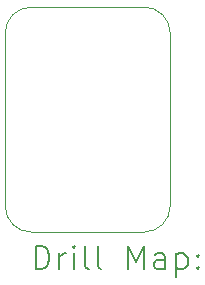
<source format=gbr>
%TF.GenerationSoftware,KiCad,Pcbnew,9.0.0*%
%TF.CreationDate,2025-03-07T15:21:47-06:00*%
%TF.ProjectId,robo-roach-v1.0,726f626f-2d72-46f6-9163-682d76312e30,rev?*%
%TF.SameCoordinates,Original*%
%TF.FileFunction,Drillmap*%
%TF.FilePolarity,Positive*%
%FSLAX45Y45*%
G04 Gerber Fmt 4.5, Leading zero omitted, Abs format (unit mm)*
G04 Created by KiCad (PCBNEW 9.0.0) date 2025-03-07 15:21:47*
%MOMM*%
%LPD*%
G01*
G04 APERTURE LIST*
%ADD10C,0.050000*%
%ADD11C,0.200000*%
G04 APERTURE END LIST*
D10*
X18571500Y-8572500D02*
X19528500Y-8572500D01*
X18351500Y-10257500D02*
X18351500Y-8792500D01*
X19748500Y-8792500D02*
X19748500Y-10257500D01*
X19528500Y-8572500D02*
G75*
G02*
X19748500Y-8792500I0J-220000D01*
G01*
X18571500Y-10477500D02*
G75*
G02*
X18351500Y-10257500I0J220000D01*
G01*
X18351500Y-8792500D02*
G75*
G02*
X18571500Y-8572500I220000J0D01*
G01*
X19748500Y-10257500D02*
G75*
G02*
X19528500Y-10477500I-220000J0D01*
G01*
X19528500Y-10477500D02*
X18571500Y-10477500D01*
D11*
X18609777Y-10791484D02*
X18609777Y-10591484D01*
X18609777Y-10591484D02*
X18657396Y-10591484D01*
X18657396Y-10591484D02*
X18685967Y-10601008D01*
X18685967Y-10601008D02*
X18705015Y-10620055D01*
X18705015Y-10620055D02*
X18714539Y-10639103D01*
X18714539Y-10639103D02*
X18724063Y-10677198D01*
X18724063Y-10677198D02*
X18724063Y-10705770D01*
X18724063Y-10705770D02*
X18714539Y-10743865D01*
X18714539Y-10743865D02*
X18705015Y-10762912D01*
X18705015Y-10762912D02*
X18685967Y-10781960D01*
X18685967Y-10781960D02*
X18657396Y-10791484D01*
X18657396Y-10791484D02*
X18609777Y-10791484D01*
X18809777Y-10791484D02*
X18809777Y-10658150D01*
X18809777Y-10696246D02*
X18819301Y-10677198D01*
X18819301Y-10677198D02*
X18828824Y-10667674D01*
X18828824Y-10667674D02*
X18847872Y-10658150D01*
X18847872Y-10658150D02*
X18866920Y-10658150D01*
X18933586Y-10791484D02*
X18933586Y-10658150D01*
X18933586Y-10591484D02*
X18924063Y-10601008D01*
X18924063Y-10601008D02*
X18933586Y-10610531D01*
X18933586Y-10610531D02*
X18943110Y-10601008D01*
X18943110Y-10601008D02*
X18933586Y-10591484D01*
X18933586Y-10591484D02*
X18933586Y-10610531D01*
X19057396Y-10791484D02*
X19038348Y-10781960D01*
X19038348Y-10781960D02*
X19028824Y-10762912D01*
X19028824Y-10762912D02*
X19028824Y-10591484D01*
X19162158Y-10791484D02*
X19143110Y-10781960D01*
X19143110Y-10781960D02*
X19133586Y-10762912D01*
X19133586Y-10762912D02*
X19133586Y-10591484D01*
X19390729Y-10791484D02*
X19390729Y-10591484D01*
X19390729Y-10591484D02*
X19457396Y-10734341D01*
X19457396Y-10734341D02*
X19524063Y-10591484D01*
X19524063Y-10591484D02*
X19524063Y-10791484D01*
X19705015Y-10791484D02*
X19705015Y-10686722D01*
X19705015Y-10686722D02*
X19695491Y-10667674D01*
X19695491Y-10667674D02*
X19676444Y-10658150D01*
X19676444Y-10658150D02*
X19638348Y-10658150D01*
X19638348Y-10658150D02*
X19619301Y-10667674D01*
X19705015Y-10781960D02*
X19685967Y-10791484D01*
X19685967Y-10791484D02*
X19638348Y-10791484D01*
X19638348Y-10791484D02*
X19619301Y-10781960D01*
X19619301Y-10781960D02*
X19609777Y-10762912D01*
X19609777Y-10762912D02*
X19609777Y-10743865D01*
X19609777Y-10743865D02*
X19619301Y-10724817D01*
X19619301Y-10724817D02*
X19638348Y-10715293D01*
X19638348Y-10715293D02*
X19685967Y-10715293D01*
X19685967Y-10715293D02*
X19705015Y-10705770D01*
X19800253Y-10658150D02*
X19800253Y-10858150D01*
X19800253Y-10667674D02*
X19819301Y-10658150D01*
X19819301Y-10658150D02*
X19857396Y-10658150D01*
X19857396Y-10658150D02*
X19876444Y-10667674D01*
X19876444Y-10667674D02*
X19885967Y-10677198D01*
X19885967Y-10677198D02*
X19895491Y-10696246D01*
X19895491Y-10696246D02*
X19895491Y-10753389D01*
X19895491Y-10753389D02*
X19885967Y-10772436D01*
X19885967Y-10772436D02*
X19876444Y-10781960D01*
X19876444Y-10781960D02*
X19857396Y-10791484D01*
X19857396Y-10791484D02*
X19819301Y-10791484D01*
X19819301Y-10791484D02*
X19800253Y-10781960D01*
X19981205Y-10772436D02*
X19990729Y-10781960D01*
X19990729Y-10781960D02*
X19981205Y-10791484D01*
X19981205Y-10791484D02*
X19971682Y-10781960D01*
X19971682Y-10781960D02*
X19981205Y-10772436D01*
X19981205Y-10772436D02*
X19981205Y-10791484D01*
X19981205Y-10667674D02*
X19990729Y-10677198D01*
X19990729Y-10677198D02*
X19981205Y-10686722D01*
X19981205Y-10686722D02*
X19971682Y-10677198D01*
X19971682Y-10677198D02*
X19981205Y-10667674D01*
X19981205Y-10667674D02*
X19981205Y-10686722D01*
M02*

</source>
